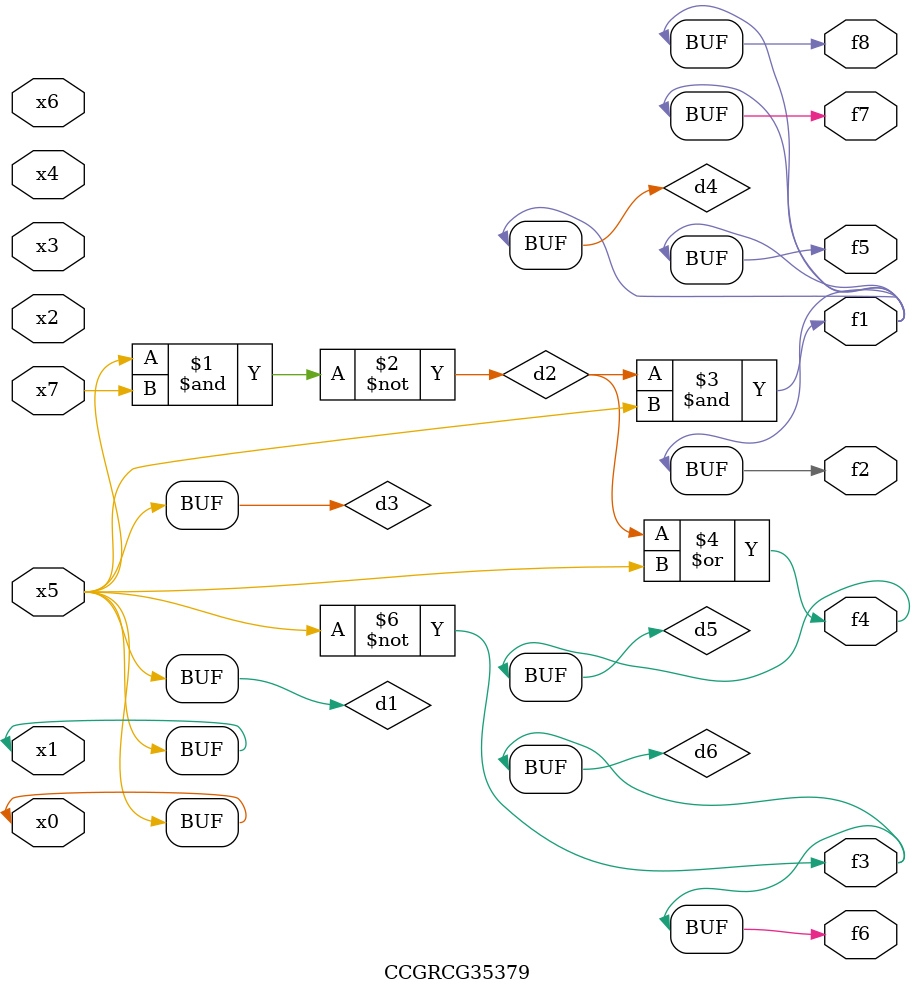
<source format=v>
module CCGRCG35379(
	input x0, x1, x2, x3, x4, x5, x6, x7,
	output f1, f2, f3, f4, f5, f6, f7, f8
);

	wire d1, d2, d3, d4, d5, d6;

	buf (d1, x0, x5);
	nand (d2, x5, x7);
	buf (d3, x0, x1);
	and (d4, d2, d3);
	or (d5, d2, d3);
	nor (d6, d1, d3);
	assign f1 = d4;
	assign f2 = d4;
	assign f3 = d6;
	assign f4 = d5;
	assign f5 = d4;
	assign f6 = d6;
	assign f7 = d4;
	assign f8 = d4;
endmodule

</source>
